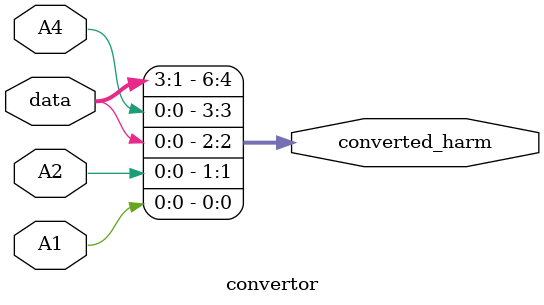
<source format=v>
module convertor (input [3:0] data,
                  input wire A4,
                  input wire A2,
                  input wire A1,
                  output wire [6:0] converted_harm);
                  
assign converted_harm[0] = A1;
assign converted_harm[1] = A2;
assign converted_harm[2] = data[0];
assign converted_harm[3] = A4;
assign converted_harm[4] = data[1];
assign converted_harm[5] = data[2];
assign converted_harm[6] = data[3];  

endmodule

</source>
